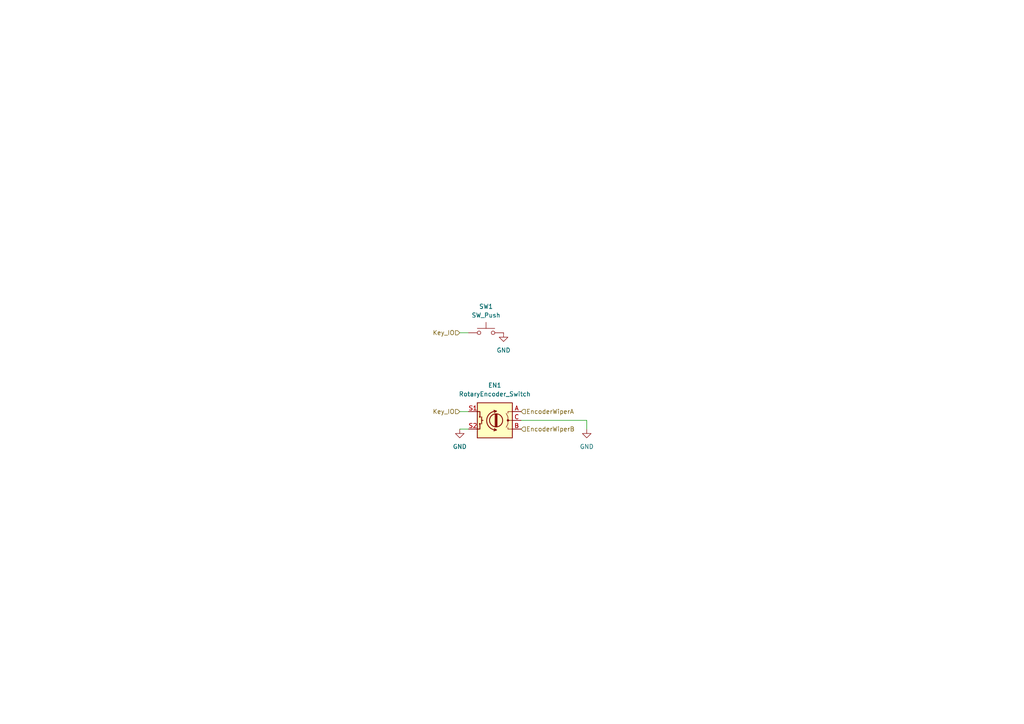
<source format=kicad_sch>
(kicad_sch (version 20211123) (generator eeschema)
  (paper "A4")
  (lib_symbols
    (symbol "Device:RotaryEncoder_Switch" (pin_names (offset 0.254) hide)
      (property "Reference" "SW" (at 0 6.604 0))
      (property "Value" "RotaryEncoder_Switch" (at 0 -6.604 0))
      (symbol "RotaryEncoder_Switch_0_1"
        (rectangle (start -5.08 5.08) (end 5.08 -5.08) (stroke (width 0.254)) (fill (type background)))
        (circle (center -3.81 0) (radius 0.254) (fill (type outline)))
        (arc (start -0.381 -2.794) (mid 2.3622 -0.0635) (end -0.381 2.667) (stroke (width 0.254)))
        (circle (center -0.381 0) (radius 1.905) (stroke (width 0.254)))
        (polyline (pts (xy -0.635 -1.778) (xy -0.635 1.778)) (stroke (width 0.254)))
        (polyline (pts (xy -0.381 -1.778) (xy -0.381 1.778)) (stroke (width 0.254)))
        (polyline (pts (xy -0.127 1.778) (xy -0.127 -1.778)) (stroke (width 0.254)))
        (polyline (pts (xy 3.81 0) (xy 3.429 0)) (stroke (width 0.254)))
        (polyline (pts (xy 3.81 1.016) (xy 3.81 -1.016)) (stroke (width 0.254)))
        (polyline (pts (xy -5.08 -2.54) (xy -3.81 -2.54) (xy -3.81 -2.032)))
        (polyline (pts (xy -5.08 2.54) (xy -3.81 2.54) (xy -3.81 2.032)))
        (polyline (pts (xy 0.254 -3.048) (xy -0.508 -2.794) (xy 0.127 -2.413)) (stroke (width 0.254)))
        (polyline (pts (xy 0.254 2.921) (xy -0.508 2.667) (xy 0.127 2.286)) (stroke (width 0.254)))
        (polyline (pts (xy 5.08 -2.54) (xy 4.318 -2.54) (xy 4.318 -1.016)) (stroke (width 0.254)))
        (polyline (pts (xy 5.08 2.54) (xy 4.318 2.54) (xy 4.318 1.016)) (stroke (width 0.254)))
        (polyline (pts (xy -5.08 0) (xy -3.81 0) (xy -3.81 -1.016) (xy -3.302 -2.032)))
        (polyline (pts (xy -4.318 0) (xy -3.81 0) (xy -3.81 1.016) (xy -3.302 2.032)))
        (circle (center 4.318 -1.016) (radius 0.127) (stroke (width 0.254)))
        (circle (center 4.318 1.016) (radius 0.127) (stroke (width 0.254)))
      )
      (symbol "RotaryEncoder_Switch_1_1"
        (pin passive line (at -7.62 2.54 0) (length 2.54) (name "A") (number "A"))
        (pin passive line (at -7.62 -2.54 0) (length 2.54) (name "B") (number "B"))
        (pin passive line (at -7.62 0 0) (length 2.54) (name "C") (number "C"))
        (pin passive line (at 7.62 2.54 180) (length 2.54) (name "S1") (number "S1"))
        (pin passive line (at 7.62 -2.54 180) (length 2.54) (name "S2") (number "S2"))
      )
    )
    (symbol "Switch:SW_Push" (pin_numbers hide) (pin_names (offset 1.016) hide)
      (property "Reference" "SW" (at 1.27 2.54 0))
      (property "Value" "SW_Push" (at 0 -1.524 0))
      (symbol "SW_Push_0_1"
        (circle (center -2.032 0) (radius 0.508))
        (polyline (pts (xy 0 1.27) (xy 0 3.048)))
        (polyline (pts (xy 2.54 1.27) (xy -2.54 1.27)))
        (circle (center 2.032 0) (radius 0.508))
        (pin passive line (at -5.08 0 0) (length 2.54) (name "1") (number "1"))
        (pin passive line (at 5.08 0 180) (length 2.54) (name "2") (number "2"))
      )
    )
    (symbol "power:GND" (power) (pin_names (offset 0))
      (property "Value" "GND" (at 0 -3.81 0))
      (symbol "GND_0_1"
        (polyline (pts (xy 0 0) (xy 0 -1.27) (xy 1.27 -1.27) (xy 0 -2.54) (xy -1.27 -1.27) (xy 0 -1.27)))
      )
      (symbol "GND_1_1"
        (pin power_in line (at 0 0 270) (length 0) hide (name "GND") (number "1"))
      )
    )
  )
  (wire (pts (xy 151.13 121.92) (xy 170.18 121.92)))
  (wire (pts (xy 133.35 119.38) (xy 135.89 119.38)))
  (wire (pts (xy 170.18 121.92) (xy 170.18 124.46)))
  (wire (pts (xy 135.89 124.46) (xy 133.35 124.46)))
  (wire (pts (xy 133.35 96.52) (xy 135.89 96.52)))
  (hierarchical_label "Key_IO" (shape input) (at 133.35 96.52 180))
  (hierarchical_label "EncoderWiperB" (shape input) (at 151.13 124.46 0))
  (hierarchical_label "Key_IO" (shape input) (at 133.35 119.38 180))
  (hierarchical_label "EncoderWiperA" (shape input) (at 151.13 119.38 0))
  (symbol (lib_id "power:GND") (at 146.05 96.52 0) (unit 1)
    (property "Reference" "#PWR02" (effects hide))
    (property "Value" "GND" (at 146.05 101.6 0))
  )
  (symbol (lib_id "power:GND") (at 170.18 124.46 0) (unit 1)
    (property "Reference" "#PWR03" (effects hide))
    (property "Value" "GND" (at 170.18 129.54 0))
  )
  (symbol (lib_id "Device:RotaryEncoder_Switch") (at 143.51 121.92 0) (mirror y) (unit 1)
    (property "Reference" "EN1" (at 143.51 111.76 0))
    (property "Value" "RotaryEncoder_Switch" (at 143.51 114.3 0))
    (property "Footprint" "Keeby-Cat Footprints:RotaryEncoder_Alps_EC11E-Switch_Vertical_H20mm_nomount_alt" (effects hide))
  )
  (symbol (lib_id "power:GND") (at 133.35 124.46 0) (unit 1)
    (property "Reference" "#PWR01" (effects hide))
    (property "Value" "GND" (at 133.35 129.54 0))
  )
  (symbol (lib_id "Switch:SW_Push") (at 140.97 96.52 0) (unit 1)
    (property "Reference" "SW1" (at 140.97 88.9 0))
    (property "Value" "SW_Push" (at 140.97 91.44 0))
    (property "Footprint" "kbd-footprints:CherryMX_1u_north" (effects hide))
  )
)
</source>
